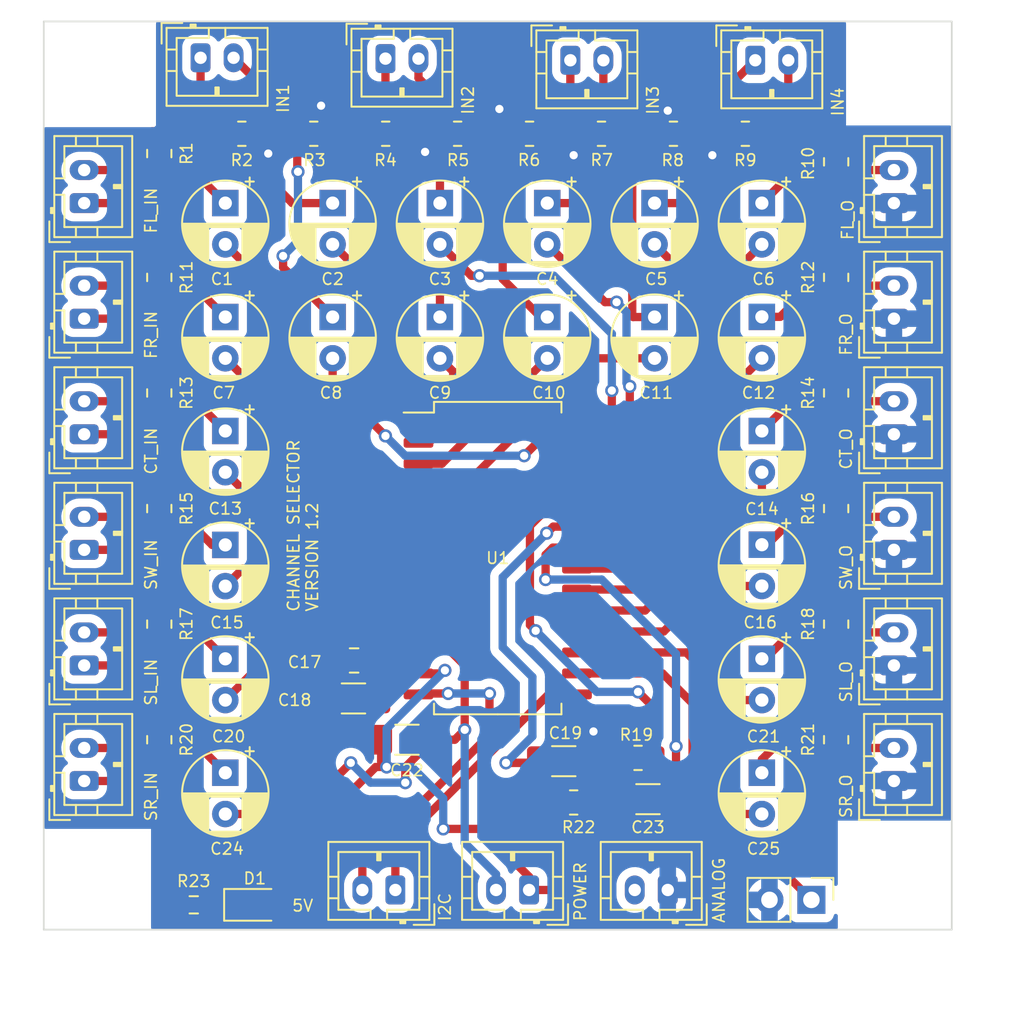
<source format=kicad_pcb>
(kicad_pcb (version 20221018) (generator pcbnew)
  (layers (0 "F.Cu" signal) (31 "B.Cu" signal) (34 "B.Paste" user) (35 "F.Paste" user) (36 "B.SilkS" user "B.Silkscreen") (37 "F.SilkS" user "F.Silkscreen") (38 "B.Mask" user) (39 "F.Mask" user) (44 "Edge.Cuts" user))
  (net 0 "")
  (net 1 "SCL")
  (net 2 "SDA")
  (net 3 "GND")
  (net 4 "FLI")
  (net 5 "FRI")
  (net 6 "CTI")
  (net 7 "SUBI")
  (net 8 "SLI")
  (net 9 "SRI")
  (net 10 "FLO")
  (net 11 "FRO")
  (net 12 "SUBO")
  (net 13 "SLO")
  (net 14 "SRO")
  (net 15 "CTO")
  (net 16 "FLIGND")
  (net 17 "FRIGND")
  (net 18 "CTIGND")
  (net 19 "SUBIGND")
  (net 20 "SLIGND")
  (net 21 "SRIGND")
  (net 22 "L1")
  (net 23 "R1")
  (net 24 "L2")
  (net 25 "R2")
  (net 26 "L3")
  (net 27 "R3")
  (net 28 "L4")
  (net 29 "R4")
  (net 30 "Net-(J1-Pin_1)")
  (net 31 "Net-(J2-Pin_1)")
  (net 32 "Net-(J1-Pin_2)")
  (net 33 "Net-(J2-Pin_2)")
  (net 34 "Net-(J3-Pin_1)")
  (net 35 "Net-(J3-Pin_2)")
  (net 36 "Net-(J4-Pin_1)")
  (net 37 "Net-(J4-Pin_2)")
  (net 38 "Net-(J6-Pin_2)")
  (net 39 "Net-(U1-VREF)")
  (net 40 "Net-(J8-Pin_2)")
  (net 41 "Net-(J9-Pin_2)")
  (net 42 "Net-(J10-Pin_2)")
  (net 43 "Net-(J11-Pin_2)")
  (net 44 "Net-(J12-Pin_2)")
  (net 45 "LPFIN")
  (net 46 "LPFOUT")
  (net 47 "Net-(J5-Pin_2)")
  (net 48 "MIX")
  (net 49 "Net-(J13-Pin_2)")
  (net 50 "Net-(J14-Pin_2)")
  (net 51 "Net-(J15-Pin_2)")
  (net 52 "Net-(J16-Pin_2)")
  (net 53 "Net-(J7-Pin_2)")
  (net 54 "Net-(C23-Pad2)")
  (net 55 "Net-(D1-A)")
  (net 56 "5V")
  (net 57 "AGND")
  (net 58 "3VA{slash}5VA")
  (footprint "Connector_JST:JST_PH_B2B-PH-K_1x02_P2.00mm_Vertical" (layer "F.Cu") (at 133.8 115.6 180)
    (fp_text reference "J17" hide)
    (fp_text value "Conn_01x02_Male")
  )
  (footprint "Capacitor_THT:CP_Radial_D5.0mm_P2.50mm" (layer "F.Cu") (at 156 74 -90)
    (fp_text reference "C6")
    (fp_text value "10U")
  )
  (footprint "Resistor_SMD:R_0805_2012Metric_Pad1.20x1.40mm_HandSolder" (layer "F.Cu") (at 137.571426 69.8 180)
    (fp_text reference "R5")
    (fp_text value "100K")
  )
  (footprint "MountingHole:MountingHole_3.2mm_M3" (layer "F.Cu") (at 165 115.5)
    (fp_text reference "H4" hide)
    (fp_text value "MountingHole")
  )
  (footprint "Resistor_SMD:R_0805_2012Metric_Pad1.20x1.40mm_HandSolder" (layer "F.Cu") (at 128.857142 69.8)
    (fp_text reference "R3")
    (fp_text value "100K")
  )
  (footprint "Resistor_SMD:R_0805_2012Metric_Pad1.20x1.40mm_HandSolder" (layer "F.Cu") (at 150.642852 69.8 180)
    (fp_text reference "R8")
    (fp_text value "100K")
  )
  (footprint "Capacitor_THT:CP_Radial_D5.0mm_P2.50mm" (layer "F.Cu") (at 123.5 101.6 -90)
    (fp_text reference "C20")
    (fp_text value "10U")
  )
  (footprint "Connector_JST:JST_PH_B2B-PH-K_1x02_P2.00mm_Vertical" (layer "F.Cu") (at 114.95 109 90)
    (fp_text reference "J15" hide)
    (fp_text value "Conn_01x02_Male")
  )
  (footprint "Connector_JST:JST_PH_B2B-PH-K_1x02_P2.00mm_Vertical" (layer "F.Cu") (at 114.95 88 90)
    (fp_text reference "J9" hide)
    (fp_text value "Conn_01x02_Male")
  )
  (footprint "Connector_JST:JST_PH_B2B-PH-K_1x02_P2.00mm_Vertical" (layer "F.Cu") (at 164 95 90)
    (fp_text reference "J12" hide)
    (fp_text value "CTO")
  )
  (footprint "Capacitor_THT:CP_Radial_D5.0mm_P2.50mm" (layer "F.Cu") (at 143 74 -90)
    (fp_text reference "C4")
    (fp_text value "10U")
  )
  (footprint "Connector_JST:JST_PH_B2B-PH-K_1x02_P2.00mm_Vertical" (layer "F.Cu") (at 164 81 90)
    (fp_text reference "J8" hide)
    (fp_text value "Conn_01x02_Male")
  )
  (footprint "Connector_JST:JST_PH_B2B-PH-K_1x02_P2.00mm_Vertical" (layer "F.Cu") (at 114.95 81 90)
    (fp_text reference "J7" hide)
    (fp_text value "Conn_01x02_Male")
  )
  (footprint "Resistor_SMD:R_0805_2012Metric_Pad1.20x1.40mm_HandSolder" (layer "F.Cu") (at 146.28571 69.8 180)
    (fp_text reference "R7")
    (fp_text value "100K")
  )
  (footprint "Capacitor_THT:CP_Radial_D5.0mm_P2.50mm" (layer "F.Cu") (at 130 74 -90)
    (fp_text reference "C2")
    (fp_text value "10U")
  )
  (footprint "Capacitor_SMD:C_1206_3216Metric_Pad1.33x1.80mm_HandSolder" (layer "F.Cu") (at 131.2625 104 180)
    (fp_text reference "C18")
    (fp_text value "10U")
  )
  (footprint "Connector_JST:JST_PH_B2B-PH-K_1x02_P2.00mm_Vertical" (layer "F.Cu") (at 155.6 65.35)
    (fp_text reference "J4" hide)
    (fp_text value "Conn_01x02_Male")
  )
  (footprint "Connector_JST:JST_PH_B2B-PH-K_1x02_P2.00mm_Vertical" (layer "F.Cu") (at 164 88 90)
    (fp_text reference "J10" hide)
    (fp_text value "Conn_01x02_Male")
  )
  (footprint "Resistor_SMD:R_0805_2012Metric_Pad1.20x1.40mm_HandSolder" (layer "F.Cu") (at 148.5 107.6 180)
    (fp_text reference "R19")
    (fp_text value "24K")
  )
  (footprint "Connector_JST:JST_PH_B2B-PH-K_1x02_P2.00mm_Vertical" (layer "F.Cu") (at 164 102 90)
    (fp_text reference "J14" hide)
    (fp_text value "Conn_01x02_Male")
  )
  (footprint "Connector_JST:JST_PH_B2B-PH-K_1x02_P2.00mm_Vertical" (layer "F.Cu") (at 133.2 65.25)
    (fp_text reference "J2" hide)
    (fp_text value "Conn_01x02_Male")
  )
  (footprint "Connector_JST:JST_PH_B2B-PH-K_1x02_P2.00mm_Vertical" (layer "F.Cu") (at 164 74 90)
    (fp_text reference "J6" hide)
    (fp_text value "Conn_01x02_Male")
  )
  (footprint "Resistor_SMD:R_0805_2012Metric_Pad1.20x1.40mm_HandSolder" (layer "F.Cu") (at 119.5 78.5 -90)
    (fp_text reference "R11")
    (fp_text value "100K")
  )
  (footprint "Resistor_SMD:R_0805_2012Metric_Pad1.20x1.40mm_HandSolder" (layer "F.Cu") (at 160.5 78.5 -90)
    (fp_text reference "R12")
    (fp_text value "100K")
  )
  (footprint "Resistor_SMD:R_0805_2012Metric_Pad1.20x1.40mm_HandSolder" (layer "F.Cu") (at 160.5 71.5 -90)
    (fp_text reference "R10")
    (fp_text value "100K")
  )
  (footprint "Resistor_SMD:R_0805_2012Metric_Pad1.20x1.40mm_HandSolder" (layer "F.Cu") (at 119.5 92.5 -90)
    (fp_text reference "R15")
    (fp_text value "100K")
  )
  (footprint "Resistor_SMD:R_0805_2012Metric_Pad1.20x1.40mm_HandSolder" (layer "F.Cu") (at 160.5 85.5 -90)
    (fp_text reference "R14")
    (fp_text value "100K")
  )
  (footprint "Capacitor_THT:CP_Radial_D5.0mm_P2.50mm" (layer "F.Cu") (at 136.5 74 -90)
    (fp_text reference "C3")
    (fp_text value "10U")
  )
  (footprint "Capacitor_THT:CP_Radial_D5.0mm_P2.50mm" (layer "F.Cu") (at 143 80.9 -90)
    (fp_text reference "C10")
    (fp_text value "10U")
  )
  (footprint "MountingHole:MountingHole_3.2mm_M3" (layer "F.Cu") (at 115 65.5)
    (fp_text reference "H1" hide)
    (fp_text value "MountingHole")
  )
  (footprint "Package_SO:SOIC-28W_7.5x18.7mm_P1.27mm" (layer "F.Cu") (at 140 95.5)
    (fp_text reference "U1")
    (fp_text value "AX2358")
  )
  (footprint "Capacitor_THT:CP_Radial_D5.0mm_P2.50mm" (layer "F.Cu") (at 123.5 94.7 -90)
    (fp_text reference "C15")
    (fp_text value "10U")
  )
  (footprint "Connector_JST:JST_PH_B2B-PH-K_1x02_P2.00mm_Vertical" (layer "F.Cu") (at 150.3 115.6 180)
    (fp_text reference "J19" hide)
    (fp_text value "Conn_01x02_Male")
  )
  (footprint "Capacitor_THT:CP_Radial_D5.0mm_P2.50mm" (layer "F.Cu") (at 130 80.9 -90)
    (fp_text reference "C8")
    (fp_text value "10U")
  )
  (footprint "Capacitor_THT:CP_Radial_D5.0mm_P2.50mm" (layer "F.Cu") (at 156 101.6 -90)
    (fp_text reference "C21")
    (fp_text value "10U")
  )
  (footprint "Connector_JST:JST_PH_B2B-PH-K_1x02_P2.00mm_Vertical" (layer "F.Cu") (at 114.95 95 90)
    (fp_text reference "J11" hide)
    (fp_text value "Conn_01x02_Male")
  )
  (footprint "Capacitor_THT:CP_Radial_D5.0mm_P2.50mm" (layer "F.Cu") (at 156 108.5 -90)
    (fp_text reference "C25")
    (fp_text value "10U")
  )
  (footprint "Resistor_SMD:R_0805_2012Metric_Pad1.20x1.40mm_HandSolder" (layer "F.Cu") (at 119.5 99.5 -90)
    (fp_text reference "R17")
    (fp_text value "100K")
  )
  (footprint "Resistor_SMD:R_0805_2012Metric_Pad1.20x1.40mm_HandSolder" (layer "F.Cu") (at 144.6 110.3 180)
    (fp_text reference "R22")
    (fp_text value "24K")
  )
  (footprint "Capacitor_SMD:C_0805_2012Metric_Pad1.18x1.45mm_HandSolder" (layer "F.Cu") (at 131.3 101.7 180)
    (fp_text reference "C17")
    (fp_text value "0.1U")
  )
  (footprint "Capacitor_THT:CP_Radial_D5.0mm_P2.50mm" (layer "F.Cu") (at 123.5 87.8 -90)
    (fp_text reference "C13")
    (fp_text value "10U")
  )
  (footprint "Connector_JST:JST_PH_B2B-PH-K_1x02_P2.00mm_Vertical" (layer "F.Cu") (at 114.95 102 90)
    (fp_text reference "J13" hide)
    (fp_text value "Conn_01x02_Male")
  )
  (footprint "Connector_JST:JST_PH_B2B-PH-K_1x02_P2.00mm_Vertical" (layer "F.Cu") (at 144.4 65.35)
    (fp_text reference "J3" hide)
    (fp_text value "Conn_01x02_Male")
  )
  (footprint "Capacitor_THT:CP_Radial_D5.0mm_P2.50mm" (layer "F.Cu") (at 156 94.689888 -90)
    (fp_text reference "C16")
    (fp_text value "10U")
  )
  (footprint "Capacitor_THT:CP_Radial_D5.0mm_P2.50mm" (layer "F.Cu") (at 156 80.889888 -90)
    (fp_text reference "C12")
    (fp_text value "10U")
  )
  (footprint "Resistor_SMD:R_0805_2012Metric_Pad1.20x1.40mm_HandSolder" (layer "F.Cu") (at 155 69.8 180)
    (fp_text reference "R9")
    (fp_text value "100K")
  )
  (footprint "Resistor_SMD:R_0805_2012Metric_Pad1.20x1.40mm_HandSolder" (layer "F.Cu") (at 124.5 69.8)
    (fp_text reference "R2")
    (fp_text value "100K")
  )
  (footprint "Connector_JST:JST_PH_B2B-PH-K_1x02_P2.00mm_Vertical" (layer "F.Cu") (at 122 65.2)
    (fp_text reference "J1" hide)
    (fp_text value "Conn_01x02_Male")
  )
  (footprint "Capacitor_THT:CP_Radial_D5.0mm_P2.50mm" (layer "F.Cu") (at 123.5 80.9 -90)
    (fp_text reference "C7")
    (fp_text value "10U")
  )
  (footprint "Capacitor_SMD:C_1206_3216Metric_Pad1.33x1.80mm_HandSolder" (layer "F.Cu") (at 144 107.8 180)
    (fp_text reference "C19")
    (fp_text value "47N C0G")
  )
  (footprint "Capacitor_THT:CP_Radial_D5.0mm_P2.50mm" (layer "F.Cu") (at 149.5 80.9 -90)
    (fp_text reference "C11")
    (fp_text value "10U")
  )
  (footprint "Resistor_SMD:R_0805_2012Metric_Pad1.20x1.40mm_HandSolder" (layer "F.Cu") (at 160.5 106.5 -90)
    (fp_text reference "R21")
    (fp_text value "100K")
  )
  (footprint "Capacitor_THT:CP_Radial_D5.0mm_P2.50mm" (layer "F.Cu") (at 156 87.8 -90)
    (fp_text reference "C14")
    (fp_text value "10U")
  )
  (footprint "Resistor_SMD:R_0805_2012Metric_Pad1.20x1.40mm_HandSolder" (layer "F.Cu") (at 160.5 99.5 -90)
    (fp_text reference "R18")
    (fp_text value "100K")
  )
  (footprint "Resistor_SMD:R_0805_2012Metric_Pad1.20x1.40mm_HandSolder" (layer "F.Cu") (at 119.5 85.5 -90)
    (fp_text reference "R13")
    (fp_text value "100K")
  )
  (footprint "LED_SMD:LED_0805_2012Metric_Pad1.15x1.40mm_HandSolder" (layer "F.Cu") (at 125.2875 116.5)
    (fp_text reference "D1")
    (fp_text value "YELLOW")
  )
  (footprint "Capacitor_THT:CP_Radial_D5.0mm_P2.50mm" (layer "F.Cu") (at 123.5 74 -90)
    (fp_text reference "C1")
    (fp_text value "10U")
  )
  (footprint "Resistor_SMD:R_0805_2012Metric_Pad1.20x1.40mm_HandSolder" (layer "F.Cu") (at 119.5 106.5 -90)
    (fp_text reference "R20")
    (fp_text value "100K")
  )
  (footprint "Resistor_SMD:R_0603_1608Metric_Pad0.98x0.95mm_HandSolder" (layer "F.Cu") (at 121.5875 116.5)
    (fp_text reference "R23")
    (fp_text value "1K")
  )
  (footprint "MountingHole:MountingHole_3.2mm_M3" (layer "F.Cu") (at 115 115.5)
    (fp_text reference "H3" hide)
    (fp_text value "MountingHole")
  )
  (footprint "Connector_JST:JST_PH_B2B-PH-K_1x02_P2.00mm_Vertical" (layer "F.Cu") (at 141.9 115.6 180)
    (fp_text reference "J18" hide)
    (fp_text value "Conn_01x02_Male")
  )
  (footprint "Capacitor_SMD:C_1206_3216Metric_Pad1.33x1.80mm_HandSolder" (layer "F.Cu") (at 149.1 110.1 180)
    (fp_text reference "C23")
    (fp_text value "100N C0G")
  )
  (footprint "Capacitor_THT:CP_Radial_D5.0mm_P2.50mm" (layer "F.Cu") (at 123.5 108.5 -90)
    (fp_text reference "C24")
    (fp_text value "10U")
  )
  (footprint "MountingHole:MountingHole_3.2mm_M3" (layer "F.Cu") (at 165 65.5)
    (fp_text reference "H2" hide)
    (fp_text value "MountingHole")
  )
  (footprint "Connector_JST:JST_PH_B2B-PH-K_1x02_P2.00mm_Vertical" (layer "F.Cu") (at 164 109 90)
    (fp_text reference "J16" hide)
    (fp_text value "Conn_01x02_Male")
  )
  (footprint "Resistor_SMD:R_0805_2012Metric_Pad1.20x1.40mm_HandSolder" (layer "F.Cu") (at 160.5 92.5 -90)
    (fp_text reference "R16")
    (fp_text value "100K")
  )
  (footprint "Connector_PinHeader_2.54mm:PinHeader_1x02_P2.54mm_Vertical" (layer "F.Cu") (at 159 116.2 -90)
    (fp_text reference "J20" hide)
    (fp_text value "Conn_01x02_Socket")
  )
  (footprint "Resistor_SMD:R_0805_2012Metric_Pad1.20x1.40mm_HandSolder" (layer "F.Cu") (at 133.214284 69.8 180)
    (fp_text reference "R4")
    (fp_text value "100K")
  )
  (footprint "Capacitor_THT:CP_Radial_D5.0mm_P2.50mm" (layer "F.Cu") (at 136.5 80.9 -90)
    (fp_text reference "C9")
    (fp_text value "10U")
  )
  (footprint "Resistor_SMD:R_0805_2012Metric_Pad1.20x1.40mm_HandSolder" (layer "F.Cu") (at 141.928568 69.8 180)
    (fp_text reference "R6")
    (fp_text value "100K")
  )
  (footprint "Capacitor_SMD:C_1206_3216Metric_Pad1.33x1.80mm_HandSolder" (layer "F.Cu") (at 134.5 106.5 180)
    (fp_text reference "C22")
    (fp_text value "10U")
  )
  (footprint "Capacitor_THT:CP_Radial_D5.0mm_P2.50mm" (layer "F.Cu") (at 149.5 74 -90)
    (fp_text reference "C5")
    (fp_text value "10U")
  )
  (footprint "Connector_JST:JST_PH_B2B-PH-K_1x02_P2.00mm_Vertical" (layer "F.Cu") (at 114.95 74 90)
    (fp_text reference "J5" hide)
    (fp_text value "Conn_01x02_Male")
  )
  (footprint "Resistor_SMD:R_0805_2012Metric_Pad1.20x1.40mm_HandSolder" (layer "F.Cu") (at 119.5 71 -90)
    (fp_text reference "R1")
    (fp_text value "100K")
  )
  (gr_line (start 112.5 118) (end 167.5 118) (stroke (width 0.1)) (layer "Edge.Cuts"))
  (gr_line (start 112.5 63) (end 112.5 118) (stroke (width 0.1)) (layer "Edge.Cuts"))
  (gr_line (start 167.5 63) (end 167.5 118) (stroke (width 0.1)) (layer "Edge.Cuts"))
  (gr_line (start 167.5 63) (end 112.5 63) (stroke (width 0.1)) (layer "Edge.Cuts"))
  (gr_text "SL_O" (at 161.1 104.3 90) (layer "F.SilkS") (effects (font (size 0.7 0.7) (thickness 0.1)) (justify left)))
  (gr_text "ANALOG" (at 153.4 117.65 90) (layer "F.SilkS") (effects (font (size 0.7 0.7) (thickness 0.1)) (justify left)))
  (gr_text "FR_IN" (at 119 83.5 90) (layer "F.SilkS") (effects (font (size 0.7 0.7) (thickness 0.1)) (justify left)))
  (gr_text "SW_O" (at 161.1 97.5 90) (layer "F.SilkS") (effects (font (size 0.7 0.7) (thickness 0.1)) (justify left)))
  (gr_text "SL_IN" (at 119 104.5 90) (layer "F.SilkS") (effects (font (size 0.7 0.7) (thickness 0.1)) (justify left)))
  (gr_text "POWER" (at 145 117.55 90) (layer "F.SilkS") (effects (font (size 0.7 0.7) (thickness 0.1)) (justify left)))
  (gr_text "5V" (at 127.4875 116.55) (layer "F.SilkS") (effects (font (size 0.7 0.7) (thickness 0.1)) (justify left)))
  (gr_text "CHANNEL SELECTOR\nVERSION 1.2" (at 128.2 98.8 90) (layer "F.SilkS") (effects (font (size 0.7 0.7) (thickness 0.1)) (justify left)))
  (gr_text "IN4" (at 160.6 68.8 90) (layer "F.SilkS") (effects (font (size 0.7 0.7) (thickness 0.1)) (justify left)))
  (gr_text "SR_O\n" (at 161.1 111.3 90) (layer "F.SilkS") (effects (font (size 0.7 0.7) (thickness 0.1)) (justify left)))
  (gr_text "IN1\n" (at 127 68.6 90) (layer "F.SilkS") (effects (font (size 0.7 0.7) (thickness 0.1)) (justify left)))
  (gr_text "IN3" (at 149.4 68.7 90) (layer "F.SilkS") (effects (font (size 0.7 0.7) (thickness 0.1)) (justify left)))
  (gr_text "I2C" (at 136.8 117.55 90) (layer "F.SilkS") (effects (font (size 0.7 0.7) (thickness 0.1)) (justify left)))
  (gr_text "IN2" (at 138.2 68.7 90) (layer "F.SilkS") (effects (font (size 0.7 0.7) (thickness 0.1)) (justify left)))
  (gr_text "SW_IN" (at 119 97.5 90) (layer "F.SilkS") (effects (font (size 0.7 0.7) (thickness 0.1)) (justify left)))
  (gr_text "CT_O" (at 161.1 90.2 90) (layer "F.SilkS") (effects (font (size 0.7 0.7) (thickness 0.1)) (justify left)))
  (gr_text "SR_IN\n" (at 119 111.5 90) (layer "F.SilkS") (effects (font (size 0.7 0.7) (thickness 0.1)) (justify left)))
  (gr_text "FL_IN" (at 119 75.9 90) (layer "F.SilkS") (effects (font (size 0.7 0.7) (thickness 0.1)) (justify left)))
  (gr_text "CT_IN" (at 119 90.5 90) (layer "F.SilkS") (effects (font (size 0.7 0.7) (thickness 0.1)) (justify left)))
  (gr_text "FL_O" (at 161.2 76.3 90) (layer "F.SilkS") (effects (font (size 0.7 0.7) (thickness 0.1)) (justify left)))
  (gr_text "FR_O" (at 161.1 83.3 90) (layer "F.SilkS") (effects (font (size 0.7 0.7) (thickness 0.1)) (justify left)))
  (segment (start 133.8 115.6) (end 133.8 113.03137) (width 0.5) (layer "F.Cu") (net 1))
  (segment (start 143.07637 103.755) (end 144.8 103.755) (width 0.5) (layer "F.Cu") (net 1))
  (segment (start 133.8 113.03137) (end 143.07637 103.755) (width 0.5) (layer "F.Cu") (net 1))
  (segment (start 131.8 115.6) (end 131.8 113.9) (width 0.5) (layer "F.Cu") (net 2))
  (segment (start 131.8 113.9) (end 139.5 106.2) (width 0.5) (layer "F.Cu") (net 2))
  (segment (start 137 103.7) (end 135.255 103.7) (width 0.5) (layer "F.Cu") (net 2))
  (segment (start 139.5 106.2) (end 139.5 103.7) (width 0.5) (layer "F.Cu") (net 2))
  (segment (start 135.255 103.7) (end 135.2 103.755) (width 0.5) (layer "F.Cu") (net 2))
  (via (at 137 103.7) (size 0.8) (drill 0.5) (layers "F.Cu" "B.Cu") (net 2))
  (via (at 139.5 103.7) (size 0.8) (drill 0.5) (layers "F.Cu" "B.Cu") (net 2))
  (segment (start 137 103.7) (end 139.5 103.7) (width 0.5) (layer "B.Cu") (net 2))
  (segment (start 135.2 102.485) (end 136.615 102.485) (width 0.5) (layer "F.Cu") (net 3))
  (segment (start 141.9 115.6) (end 145.2 115.6) (width 0.5) (layer "F.Cu") (net 3))
  (segment (start 141.9 114.8) (end 141.9 115.6) (width 0.5) (layer "F.Cu") (net 3))
  (segment (start 147.1 113.7) (end 156.5 113.7) (width 0.5) (layer "F.Cu") (net 3))
  (segment (start 129.7 104) (end 130.4375 104) (width 0.5) (layer "F.Cu") (net 3))
  (segment (start 124.2625 116.5) (end 132.6125 108.15) (width 0.5) (layer "F.Cu") (net 3))
  (segment (start 132.9375 106.5) (end 132.9375 107.815748) (width 0.5) (layer "F.Cu") (net 3))
  (segment (start 156.5 113.7) (end 159 116.2) (width 0.5) (layer "F.Cu") (net 3))
  (segment (start 132.6125 108.15) (end 133.271752 108.15) (width 0.5) (layer "F.Cu") (net 3))
  (segment (start 130.4375 104) (end 132.9375 106.5) (width 0.5) (layer "F.Cu") (net 3))
  (segment (start 136.7 111.9) (end 139 111.9) (width 0.5) (layer "F.Cu") (net 3))
  (segment (start 130.3625 101.9) (end 129.7 102.5625) (width 0.5) (layer "F.Cu") (net 3))
  (segment (start 136.615 102.485) (end 136.8 102.3) (width 0.5) (layer "F.Cu") (net 3))
  (segment (start 132.9375 107.815748) (end 133.271752 108.15) (width 0.5) (layer "F.Cu") (net 3))
  (segment (start 139 111.9) (end 141.9 114.8) (width 0.5) (layer "F.Cu") (net 3))
  (segment (start 129.7 102.5625) (end 129.7 105) (width 0.5) (layer "F.Cu") (net 3))
  (segment (start 145.2 115.6) (end 147.1 113.7) (width 0.5) (layer "F.Cu") (net 3))
  (via (at 133.271752 108.15) (size 0.8) (drill 0.5) (layers "F.Cu" "B.Cu") (net 3))
  (via (at 136.7 111.9) (size 0.8) (drill 0.5) (layers "F.Cu" "B.Cu") (net 3))
  (via (at 136.8 102.3) (size 0.8) (drill 0.5) (layers "F.Cu" "B.Cu") (net 3))
  (segment (start 136.8 102.3) (end 133.271752 105.828248) (width 0.5) (layer "B.Cu") (net 3))
  (segment (start 136.7 110.056497) (end 134.793503 108.15) (width 0.5) (layer "B.Cu") (net 3))
  (segment (start 136.7 111.9) (end 136.7 110.056497) (width 0.5) (layer "B.Cu") (net 3))
  (segment (start 134.793503 108.15) (end 133.271752 108.15) (width 0.5) (layer "B.Cu") (net 3))
  (segment (start 133.271752 105.828248) (end 133.271752 108.15) (width 0.5) (layer "B.Cu") (net 3))
  (segment (start 126.9 79.9) (end 123.5 76.5) (width 0.5) (layer "F.Cu") (net 4))
  (segment (start 126.9 84.644949) (end 126.9 79.9) (width 0.5) (layer "F.Cu") (net 4))
  (segment (start 134.580051 92.325) (end 126.9 84.644949) (width 0.5) (layer "F.Cu") (net 4))
  (segment (start 135.2 93.595) (end 133.695 93.595) (width 0.5) (layer "F.Cu") (net 5))
  (segment (start 133.695 93.595) (end 123.5 83.4) (width 0.5) (layer "F.Cu") (net 5))
  (segment (start 128.065 94.865) (end 123.5 90.3) (width 0.5) (layer "F.Cu") (net 6))
  (segment (start 135.2 94.865) (end 128.065 94.865) (width 0.5) (layer "F.Cu") (net 6))
  (segment (start 124.565 96.135) (end 123.5 97.2) (width 0.5) (layer "F.Cu") (net 7))
  (segment (start 135.2 96.135) (end 124.565 96.135) (width 0.5) (layer "F.Cu") (net 7))
  (segment (start 135.2 97.405) (end 130.195 97.405) (width 0.5) (layer "F.Cu") (net 8))
  (segment (start 130.195 97.405) (end 123.5 104.1) (width 0.5) (layer "F.Cu") (net 8))
  (segment (start 130.725 98.675) (end 126.4 103) (width 0.5) (layer "F.Cu") (net 9))
  (segment (start 125.4 111) (end 123.5 111) (width 0.5) (layer "F.Cu") (net 9))
  (segment (start 135.2 98.675) (end 130.725 98.675) (width 0.5) (layer "F.Cu") (net 9))
  (segment (start 126.4 103) (end 126.4 110) (width 0.5) (layer "F.Cu") (net 9))
  (segment (start 126.4 110) (end 125.4 111) (width 0.5) (layer "F.Cu") (net 9))
  (segment (start 147.865 96.135) (end 144.8 96.135) (width 0.5) (layer "F.Cu") (net 10))
  (segment (start 151.900499 92.099501) (end 147.865 96.135) (width 0.5) (layer "F.Cu") (net 10))
  (segment (start 151.900499 80.599501) (end 151.900499 92.099501) (width 0.5) (layer "F.Cu") (net 10))
  (segment (start 156 76.5) (end 151.900499 80.599501) (width 0.5) (layer "F.Cu") (net 10))
  (segment (start 152.7 86.689888) (end 152.7 93.2) (width 0.5) (layer "F.Cu") (net 11))
  (segment (start 148.495 97.405) (end 144.8 97.405) (width 0.5) (layer "F.Cu") (net 11))
  (segment (start 152.7 93.2) (end 148.495 97.405) (width 0.5) (layer "F.Cu") (net 11))
  (segment (start 156 83.389888) (end 152.7 86.689888) (width 0.5) (layer "F.Cu") (net 11))
  (segment (start 152.810112 97.189888) (end 150.055 99.945) (width 0.5) (layer "F.Cu") (net 12))
  (segment (start 150.055 99.945) (end 144.8 99.945) (width 0.5) (layer "F.Cu") (net 12))
  (segment (start 156 97.189888) (end 152.810112 97.189888) (width 0.5) (layer "F.Cu") (net 12))
  (segment (start 154.3 104.1) (end 151.415 101.215) (width 0.5) (layer "F.Cu") (net 13))
  (segment (start 151.415 101.215) (end 144.8 101.215) (width 0.5) (layer "F.Cu") (net 13))
  (segment (start 156 104.1) (end 154.3 104.1) (width 0.5) (layer "F.Cu") (net 13))
  (segment (start 151.8 104.3) (end 149.985 102.485) (width 0.5) (layer "F.Cu") (net 14))
  (segment (start 154.5 111) (end 151.8 108.3) (width 0.5) (layer "F.Cu") (net 14))
  (segment (start 149.985 102.485) (end 144.8 102.485) (width 0.5) (layer "F.Cu") (net 14))
  (segment (start 156 111) (end 154.5 111) (width 0.5) (layer "F.Cu") (net 14))
  (segment (start 151.8 108.3) (end 151.8 104.3) (width 0.5) (layer "F.Cu") (net 14))
  (segment (start 156 91.6) (end 156 90.3) (width 0.5) (layer "F.Cu") (net 15))
  (segment (start 144.8 98.675) (end 148.925 98.675) (width 0.5) (layer "F.Cu") (net 15))
  (segment (start 148.925 98.675) (end 156 91.6) (width 0.5) (layer "F.Cu") (net 15))
  (segment (start 117.5 74) (end 114.95 74) (width 0.5) (layer "F.Cu") (net 16))
  (segment (start 119.5 72) (end 117.5 74) (width 0.5) (layer "F.Cu") (net 16))
  (segment (start 118 81) (end 114.95 81) (width 0.5) (layer "F.Cu") (net 17))
  (segment (start 119.5 79.5) (end 118 81) (width 0.5) (layer "F.Cu") (net 17))
  (segment (start 114.95 88) (end 118 88) (width 0.5) (layer "F.Cu") (net 18))
  (segment (start 118 88) (end 119.5 86.5) (width 0.5) (layer "F.Cu") (net 18))
  (segment (start 118 95) (end 114.95 95) (width 0.5) (layer "F.Cu") (net 19))
  (segment (start 119.5 93.5) (end 118 95) (width 0.5) (layer "F.Cu") (net 19))
  (segment (start 118 102) (end 114.95 102) (width 0.5) (layer "F.Cu") (net 20))
  (segment (start 119.5 100.5) (end 118 102) (width 0.5) (layer "F.Cu") (net 20))
  (segment (start 118 109) (end 119.5 107.5) (width 0.5) (layer "F.Cu") (net 21))
  (segment (start 114.95 109) (end 118 109) (width 0.5) (layer "F.Cu") (net 21))
  (segment (start 135.2 87.245) (end 133.5 85.545) (width 0.5) (layer "F.Cu") (net 22))
  (segment (start 133.5 85.545) (end 133.5 80) (width 0.5) (layer "F.Cu") (net 22))
  (segment (start 133.5 80) (end 130 76.5) (width 0.5) (layer "F.Cu") (net 22))
  (segment (start 130 84.9) (end 130 83.4) (width 0.5) (layer "F.Cu") (net 23))
  (segment (start 144.8 87.245) (end 143.655 87.245) (width 0.5) (layer "F.Cu") (net 23))
  (segment (start 133.2 88.1) (end 130 84.9) (width 0.5) (layer "F.Cu") (net 23))
  (segment (start 143.655 87.245) (end 141.6 89.3) (width 0.5) (layer "F.Cu") (net 23))
  (via (at 133.2 88.1) (size 0.8) (drill 0.5) (layers "F.Cu" "B.Cu") (net 23))
  (via (at 141.6 89.3) (size 0.8) (drill 0.5) (layers "F.Cu" "B.Cu") (net 23))
  (segment (start 134.4 89.3) (end 133.2 88.1) (width 0.5) (layer "B.Cu") (net 23))
  (segment (start 141.6 89.3) (end 134.4 89.3) (width 0.5) (layer "B.Cu") (net 23))
  (segment (start 137.299999 84.199999) (end 137.299999 87.03495) (width 0.5) (layer "F.Cu") (net 24))
  (segment (start 137.299999 87.03495) (end 135.819949 88.515) (width 0.5) (layer "F.Cu") (net 24))
  (segment (start 136.5 83.4) (end 137.299999 84.199999) (width 0.5) (layer "F.Cu") (net 24))
  (segment (start 138.4 78.4) (end 136.5 76.5) (width 0.5) (layer "F.Cu") (net 25))
  (segment (start 145.419949 88.515) (end 146.911031 87.023918) (width 0.5) (layer "F.Cu") (net 25))
  (segment (start 146.911031 87.023918) (end 146.911031 85.353356) (width 0.5) (layer "F.Cu") (net 25))
  (segment (start 138.9 78.4) (end 138.4 78.4) (width 0.5) (layer "F.Cu") (net 25))
  (via (at 146.911031 85.353356) (size 0.8) (drill 0.5) (layers "F.Cu" "B.Cu") (net 25))
  (via (at 138.9 78.4) (size 0.8) (drill 0.5) (layers "F.Cu" "B.Cu") (net 25))
  (segment (start 138.9 78.4) (end 143.4 78.4) (width 0.5) (layer "B.Cu") (net 25))
  (segment (start 146.911031 81.911031) (end 146.911031 85.353356) (width 0.5) (layer "B.Cu") (net 25))
  (segment (start 143.4 78.4) (end 146.911031 81.911031) (width 0.5) (layer "B.Cu") (net 25))
  (segment (start 135.2 89.785) (end 136.615 89.785) (width 0.5) (layer "F.Cu") (net 26))
  (segment (start 136.615 89.785) (end 143 83.4) (width 0.5) (layer "F.Cu") (net 26))
  (segment (start 147.2 80) (end 146.5 80) (width 0.5) (layer "F.Cu") (net 27))
  (segment (start 148 89.6) (end 148 85.1) (width 0.5) (layer "F.Cu") (net 27))
  (segment (start 147.815 89.785) (end 148 89.6) (width 0.5) (layer "F.Cu") (net 27))
  (segment (start 144.8 89.785) (end 147.815 89.785) (width 0.5) (layer "F.Cu") (net 27))
  (segment (start 146.5 80) (end 143 76.5) (width 0.5) (layer "F.Cu") (net 27))
  (via (at 147.2 80) (size 0.8) (drill 0.5) (layers "F.Cu" "B.Cu") (net 27))
  (via (at 148 85.1) (size 0.8) (drill 0.5) (layers "F.Cu" "B.Cu") (net 27))
  (segment (start 147.2 80) (end 147.8 80.6) (width 0.5) (layer "B.Cu") (net 27))
  (segment (start 147.8 80.6) (end 147.8 84.9) (width 0.5) (layer "B.Cu") (net 27))
  (segment (start 147.8 84.9) (end 148 85.1) (width 0.5) (layer "B.Cu") (net 27))
  (segment (start 135.2 91.055) (end 138.045 91.055) (width 0.5) (layer "F.Cu") (net 28))
  (segment (start 138.045 91.055) (end 145.7 83.4) (width 0.5) (layer "F.Cu") (net 28))
  (segment (start 145.7 83.4) (end 149.5 83.4) (width 0.5) (layer "F.Cu") (net 28))
  (segment (start 149.5 76.5) (end 151.100998 78.100998) (width 0.5) (layer "F.Cu") (net 29))
  (segment (start 149.045 91.055) (end 144.8 91.055) (width 0.5) (layer "F.Cu") (net 29))
  (segment (start 151.100998 78.100998) (end 151.100998 88.999002) (width 0.5) (layer "F.Cu") (net 29))
  (segment (start 151.100998 88.999002) (end 149.045 91.055) (width 0.5) (layer "F.Cu") (net 29))
  (segment (start 127.557204 74) (end 123.5 69.942796) (width 0.5) (layer "F.Cu") (net 30))
  (segment (start 122 68.3) (end 123.5 69.8) (width 0.5) (layer "F.Cu") (net 30))
  (segment (start 130 74) (end 127.557204 74) (width 0.5) (layer "F.Cu") (net 30))
  (segment (start 122 65.2) (end 122 68.3) (width 0.5) (layer "F.Cu") (net 30))
  (segment (start 136.5 79.5) (end 134.214284 77.214284) (width 0.5) (layer "F.Cu") (net 31))
  (segment (start 133.2 68.785716) (end 134.214284 69.8) (width 0.5) (layer "F.Cu") (net 31))
  (segment (start 134.214284 77.214284) (end 134.214284 69.8) (width 0.5) (layer "F.Cu") (net 31))
  (segment (start 136.5 80.9) (end 136.5 79.5) (width 0.5) (layer "F.Cu") (net 31))
  (segment (start 133.2 65.25) (end 133.2 68.785716) (width 0.5) (layer "F.Cu") (net 31))
  (segment (start 124 65.2) (end 127.857142 69.057142) (width 0.5) (layer "F.Cu") (net 32))
  (segment (start 127.857142 69.8) (end 127.857142 72.057142) (width 0.5) (layer "F.Cu") (net 32))
  (segment (start 127.857142 72.057142) (end 127.9 72.1) (width 0.5) (layer "F.Cu") (net 32))
  (segment (start 127 77.9) (end 130 80.9) (width 0.5) (layer "F.Cu") (net 32))
  (segment (start 127.857142 69.057142) (end 127.857142 69.8) (width 0.5) (layer "F.Cu") (net 32))
  (segment (start 127 77.2) (end 127 77.9) (width 0.5) (layer "F.Cu") (net 32))
  (via (at 127 77.2) (size 0.8) (drill 0.5) (layers "F.Cu" "B.Cu") (net 32))
  (via (at 127.9 72.1) (size 0.8) (drill 0.5) (layers "F.Cu" "B.Cu") (net 32))
  (segment (start 127.9 76.3) (end 127 77.2) (width 0.5) (layer "B.Cu") (net 32))
  (segment (start 127.9 72.1) (end 127.9 76.3) (width 0.5) (layer "B.Cu") (net 32))
  (segment (start 135.2 65.25) (end 135.2 66.428574) (width 0.5) (layer "F.Cu") (net 33))
  (segment (start 135.2 66.428574) (end 138.571426 69.8) (width 0.5) (layer "F.Cu") (net 33))
  (segment (start 136.5 74) (end 136.5 71.871426) (width 0.5) (layer "F.Cu") (net 33))
  (segment (start 136.5 71.871426) (end 138.571426 69.8) (width 0.5) (layer "F.Cu") (net 33))
  (segment (start 140.3 73.1) (end 140.3 78.6) (width 0.5) (layer "F.Cu") (net 34))
  (segment (start 140.3 78.6) (end 142.6 80.9) (width 0.5) (layer "F.Cu") (net 34))
  (segment (start 144.4 65.35) (end 144.4 68.328568) (width 0.5) (layer "F.Cu") (net 34))
  (segment (start 144.4 68.328568) (end 142.928568 69.8) (width 0.5) (layer "F.Cu") (net 34))
  (segment (start 142.928568 70.471432) (end 140.3 73.1) (width 0.5) (layer "F.Cu") (net 34))
  (segment (start 142.928568 69.8) (end 142.928568 70.471432) (width 0.5) (layer "F.Cu") (net 34))
  (segment (start 147.28571 71.81429) (end 147.28571 69.8) (width 0.5) (layer "F.Cu") (net 35))
  (segment (start 146.4 65.35) (end 146.4 68.91429) (width 0.5) (layer "F.Cu") (net 35))
  (segment (start 146.4 68.91429) (end 147.28571 69.8) (width 0.5) (layer "F.Cu") (net 35))
  (segment (start 145.1 74) (end 147.28571 71.81429) (width 0.5) (layer "F.Cu") (net 35))
  (segment (start 143 74) (end 145.1 74) (width 0.5) (layer "F.Cu") (net 35))
  (segment (start 148.2 80.9) (end 149.5 80.9) (width 0.5) (layer "F.Cu") (net 36))
  (segment (start 148.1495 72.3505) (end 148.1495 80.8495) (width 0.5) (layer "F.Cu") (net 36))
  (segment (start 151.642852 71.557148) (end 151.3 71.9) (width 0.5) (layer "F.Cu") (net 36))
  (segment (start 151.642852 69.8) (end 151.642852 69.307148) (width 0.5) (layer "F.Cu") (net 36))
  (segment (start 151.3 71.9) (end 148.6 71.9) (width 0.5) (layer "F.Cu") (net 36))
  (segment (start 151.642852 69.8) (end 151.642852 71.557148) (width 0.5) (layer "F.Cu") (net 36))
  (segment (start 151.642852 69.307148) (end 155.6 65.35) (width 0.5) (layer "F.Cu") (net 36))
  (segment (start 148.1495 80.8495) (end 148.2 80.9) (width 0.5) (layer "F.Cu") (net 36))
  (segment (start 148.6 71.9) (end 148.1495 72.3505) (width 0.5) (layer "F.Cu") (net 36))
  (segment (start 154.2 71.6) (end 154.2 73.3) (width 0.5) (layer "F.Cu") (net 37))
  (segment (start 157.6 68.2) (end 156 69.8) (width 0.5) (layer "F.Cu") (net 37))
  (segment (start 156 69.8) (end 154.2 71.6) (width 0.5) (layer "F.Cu") (net 37))
  (segment (start 154.2 73.3) (end 153.5 74) (width 0.5) (layer "F.Cu") (net 37))
  (segment (start 157.6 65.35) (end 157.6 68.2) (width 0.5) (layer "F.Cu") (net 37))
  (segment (start 153.5 74) (end 149.5 74) (width 0.5) (layer "F.Cu") (net 37))
  (segment (start 164 72) (end 162 72) (width 0.5) (layer "F.Cu") (net 38))
  (segment (start 162 72) (end 160.5 70.5) (width 0.5) (layer "F.Cu") (net 38))
  (segment (start 159.5 70.5) (end 160.5 70.5) (width 0.5) (layer "F.Cu") (net 38))
  (segment (start 156 74) (end 159.5 70.5) (width 0.5) (layer "F.Cu") (net 38))
  (segment (start 133.7 102.8375) (end 132.4375 104.1) (width 0.5) (layer "F.Cu") (net 39))
  (segment (start 134.580051 101.215) (end 133.7 102.095051) (width 0.5) (layer "F.Cu") (net 39))
  (segment (start 133.7 102.095051) (end 133.7 102.8375) (width 0.5) (layer "F.Cu") (net 39))
  (segment (start 157.110112 80.889888) (end 160.5 77.5) (width 0.5) (layer "F.Cu") (net 40))
  (segment (start 164 79) (end 162 79) (width 0.5) (layer "F.Cu") (net 40))
  (segment (start 162 79) (end 160.5 77.5) (width 0.5) (layer "F.Cu") (net 40))
  (segment (start 156 80.889888) (end 157.110112 80.889888) (width 0.5) (layer "F.Cu") (net 40))
  (segment (start 114.95 86) (end 118 86) (width 0.5) (layer "F.Cu") (net 41))
  (segment (start 120.2 84.5) (end 119.5 84.5) (width 0.5) (layer "F.Cu") (net 41))
  (segment (start 123.5 87.8) (end 120.2 84.5) (width 0.5) (layer "F.Cu") (net 41))
  (segment (start 118 86) (end 119.5 84.5) (width 0.5) (layer "F.Cu") (net 41))
  (segment (start 162 86) (end 160.5 84.5) (width 0.5) (layer "F.Cu") (net 42))
  (segment (start 164 86) (end 162 86) (width 0.5) (layer "F.Cu") (net 42))
  (segment (start 156 87.8) (end 159.3 84.5) (width 0.5) (layer "F.Cu") (net 42))
  (segment (start 159.3 84.5) (end 160.5 84.5) (width 0.5) (layer "F.Cu") (net 42))
  (segment (start 118 93) (end 119.5 91.5) (width 0.5) (layer "F.Cu") (net 43))
  (segment (start 114.95 93) (end 118 93) (width 0.5) (layer "F.Cu") (net 43))
  (segment (start 123.5 94.7) (end 122.7 94.7) (width 0.5) (layer "F.Cu") (net 43))
  (segment (start 122.7 94.7) (end 119.5 91.5) (width 0.5) (layer "F.Cu") (net 43))
  (segment (start 164 93) (end 162 93) (width 0.5) (layer "F.Cu") (net 44))
  (segment (start 156.310112 94.689888) (end 159.5 91.5) (width 0.5) (layer "F.Cu") (net 44))
  (segment (start 162 93) (end 160.5 91.5) (width 0.5) (layer "F.Cu") (net 44))
  (segment (start 159.5 91.5) (end 160.5 91.5) (width 0.5) (layer "F.Cu") (net 44))
  (segment (start 143.359013 93.595) (end 142.962316 93.991697) (width 0.5) (layer "F.Cu") (net 45))
  (segment (start 144.8 93.595) (end 143.359013 93.595) (width 0.5) (layer "F.Cu") (net 45))
  (segment (start 143.7 109.9) (end 143.7 109.0625) (width 0.5) (layer "F.Cu") (net 45))
  (segment (start 142.5375 107.9) (end 140.5 107.9) (width 0.5) (layer "F.Cu") (net 45))
  (segment (start 143.7 109.0625) (end 142.5375 107.9) (width 0.5) (layer "F.Cu") (net 45))
  (segment (start 142.3375 107.9) (end 140.5 107.9) (width 0.5) (layer "F.Cu") (net 45))
  (via (at 140.5 107.9) (size 0.8) (drill 0.5) (layers "F.Cu" "B.Cu") (net 45))
  (via (at 142.962316 93.991697) (size 0.8) (drill 0.5) (layers "F.Cu" "B.Cu") (net 45))
  (segment (start 142.1 106.3) (end 140.5 107.9) (width 0.5) (layer "B.Cu") (net 45))
  (segment (start 142.1 102.7) (end 142.1 106.3) (width 0.5) (layer "B.Cu") (net 45))
  (segment (start 140.3 100.9) (end 142.1 102.7) (width 0.5) (layer "B.Cu") (net 45))
  (segment (start 142.962316 93.991697) (end 140.3 96.654013) (width 0.5) (layer "B.Cu") (net 45))
  (segment (start 140.3 96.654013) (end 140.3 100.9) (width 0.5) (layer "B.Cu") (net 45))
  (segment (start 142.9 95.3) (end 143.335 94.865) (width 0.5) (layer "F.Cu") (net 46))
  (segment (start 150.8 106.9) (end 150.8 109.9625) (width 0.5) (layer "F.Cu") (net 46))
  (segment (start 142.9 96.8) (end 142.9 95.3) (width 0.5) (layer "F.Cu") (net 46))
  (segment (start 143.335 94.865) (end 144.8 94.865) (width 0.5) (layer "F.Cu") (net 46))
  (via (at 142.9 96.8) (size 0.8) (drill 0.5) (layers "F.Cu" "B.Cu") (net 46))
  (via (at 150.8 106.9) (size 0.8) (drill 0.5) (layers "F.Cu" "B.Cu") (net 46))
  (segment (start 142.9 96.8) (end 146.3 96.8) (width 0.5) (layer "B.Cu") (net 46))
  (segment (start 146.3 96.8) (end 150.8 101.3) (width 0.5) (layer "B.Cu") (net 46))
  (segment (start 150.8 101.3) (end 150.8 106.9) (width 0.5) (layer "B.Cu") (net 46))
  (segment (start 114.95 72) (end 117.5 72) (width 0.5) (layer "F.Cu") (net 47))
  (segment (start 123.5 74) (end 119.5 70) (width 0.5) (layer "F.Cu") (net 47))
  (segment (start 117.5 72) (end 119.5 70) (width 0.5) (layer "F.Cu") (net 47))
  (segment (start 141.9505 99.5505) (end 142.3 99.9) (width 0.5) (layer "F.Cu") (net 48))
  (segment (start 149.4 104.5) (end 148.5 103.6) (width 0.5) (layer "F.Cu") (net 48))
  (segment (start 143.175 92.325) (end 141.9505 93.5495) (width 0.5) (layer "F.Cu") (net 48))
  (segment (start 144.8 92.325) (end 143.175 92.325) (width 0.5) (layer "F.Cu") (net 48))
  (segment (start 149.4 107.77) (end 149.4 104.5) (width 0.5) (layer "F.Cu") (net 48))
  (segment (start 141.9505 93.5495) (end 141.9505 99.5505) (width 0.5) (layer "F.Cu") (net 48))
  (via (at 148.5 103.6) (size 0.8) (drill 0.5) (layers "F.Cu" "B.Cu") (net 48))
  (via (at 142.3 99.9) (size 0.8) (drill 0.5) (layers "F.Cu" "B.Cu") (net 48))
  (segment (start 148.5 103.6) (end 146 103.6) (width 0.5) (layer "B.Cu") (net 48))
  (segment (start 146 103.6) (end 142.3 99.9) (width 0.5) (layer "B.Cu") (net 48))
  (segment (start 120.4 98.5) (end 119.5 98.5) (width 0.5) (layer "F.Cu") (net 49))
  (segment (start 118 100) (end 119.5 98.5) (width 0.5) (layer "F.Cu") (net 49))
  (segment (start 114.95 100) (end 118 100) (width 0.5) (layer "F.Cu") (net 49))
  (segment (start 123.5 101.6) (end 120.4 98.5) (width 0.5) (layer "F.Cu") (net 49))
  (segment (start 159.3 98.5) (end 160.5 98.5) (width 0.5) (layer "F.Cu") (net 50))
  (segment (start 156.2 101.6) (end 159.3 98.5) (width 0.5) (layer "F.Cu") (net 50))
  (segment (start 164 100) (end 162 100) (width 0.5) (layer "F.Cu") (net 50))
  (segment (start 162 100) (end 160.5 98.5) (width 0.5) (layer "F.Cu") (net 50))
  (segment (start 123.5 108.5) (end 120.5 105.5) (width 0.5) (layer "F.Cu") (net 51))
  (segment (start 118 107) (end 119.5 105.5) (width 0.5) (layer "F.Cu") (net 51))
  (segment (start 120.5 105.5) (end 119.5 105.5) (width 0.5) (layer "F.Cu") (net 51))
  (segment (start 114.95 107) (end 118 107) (width 0.5) (layer "F.Cu") (net 51))
  (segment (start 164 107) (end 162 107) (width 0.5) (layer "F.Cu") (net 52))
  (segment (start 162 107) (end 160.5 105.5) (width 0.5) (layer "F.Cu") (net 52))
  (segment (start 156 108.5) (end 156 107.7) (width 0.5) (layer "F.Cu") (net 52))
  (segment (start 158.2 105.5) (end 160.5 105.5) (width 0.5) (layer "F.Cu") (net 52))
  (segment (start 156 107.7) (end 158.2 105.5) (width 0.5) (layer "F.Cu") (net 52))
  (segment (start 114.95 79) (end 118 79) (width 0.5) (layer "F.Cu") (net 53))
  (segment (start 118 79) (end 119.5 77.5) (width 0.5) (layer "F.Cu") (net 53))
  (segment (start 123.5 80.9) (end 120.1 77.5) (width 0.5) (layer "F.Cu") (net 53))
  (segment (start 120.1 77.5) (end 119.5 77.5) (width 0.5) (layer "F.Cu") (net 53))
  (segment (start 147.5375 110.1) (end 145.9 110.1) (width 0.5) (layer "F.Cu") (net 54))
  (segment (start 147.5 107.87) (end 147.5 110.0625) (width 0.5) (layer "F.Cu") (net 54))
  (segment (start 123.606128 117.75) (end 122.5 116.643872) (width 0.5) (layer "F.Cu") (net 55))
  (segment (start 124.918872 117.75) (end 123.606128 117.75) (width 0.5) (layer "F.Cu") (net 55))
  (segment (start 126.168872 116.5) (end 124.918872 117.75) (width 0.5) (layer "F.Cu") (net 55))
  (segment (start 134.4 108.1625) (end 136.0625 106.5) (width 0.5) (layer "F.Cu") (net 56))
  (segment (start 120.675 116.5) (end 122.775 114.4) (width 0.5) (layer "F.Cu") (net 56))
  (segment (start 138.1 102.1) (end 138 102.2) (width 0.5) (layer "F.Cu") (net 56))
  (segment (start 136.0625 106.5) (end 137.4 106.5) (width 0.5) (layer "F.Cu") (net 56))
  (segment (start 135.2 99.945) (end 135.945 99.945) (width 0.5) (layer "F.Cu") (net 56))
  (segment (start 122.775 114.4) (end 124.6 114.4) (width 0.5) (layer "F.Cu") (net 56))
  (segment (start 134.4 109.1) (end 134.4 108.1625) (width 0.5) (layer "F.Cu") (net 56))
  (segment (start 134.0925 99.945) (end 135.2 99.945) (width 0.5) (layer "F.Cu") (net 56))
  (segment (start 124.6 114.4) (end 131.1 107.9) (width 0.5) (layer "F.Cu") (net 56))
  (segment (start 132.3375 101.7) (end 134.0925 99.945) (width 0.5) (layer "F.Cu") (net 56))
  (segment (start 138 102.2) (end 138 105.9) (width 0.5) (layer "F.Cu") (net 56))
  (segment (start 137.4 106.5) (end 138 105.9) (width 0.5) (layer "F.Cu") (net 56))
  (segment (start 135.945 99.945) (end 138.1 102.1) (width 0.5) (layer "F.Cu") (net 56))
  (via (at 131.1 107.9) (size 0.8) (drill 0.5) (layers "F.Cu" "B.Cu") (net 56))
  (via (at 138 105.9) (size 0.8) (drill 0.5) (layers "F.Cu" "B.Cu") (net 56))
  (via (at 134.4 109.1) (size 0.8) (drill 0.5) (layers "F.Cu" "B.Cu") (net 56))
  (segment (start 131.1 107.9) (end 132.3 109.1) (width 0.5) (layer "B.Cu") (net 56))
  (segment (start 138 112.75) (end 139.9 114.65) (width 0.5) (layer "B.Cu") (net 56))
  (segment (start 138 105.9) (end 138 112.75) (width 0.5) (layer "B.Cu") (net 56))
  (segment (start 132.3 109.1) (end 134.4 109.1) (width 0.5) (layer "B.Cu") (net 56))
  (segment (start 139.9 114.65) (end 139.9 115.6) (width 0.5) (layer "B.Cu") (net 56))
  (segment (start 162 109) (end 160.5 107.5) (width 0.5) (layer "F.Cu") (net 57))
  (segment (start 145.28571 70.41429) (end 144.6 71.1) (width 0.5) (layer "F.Cu") (net 57))
  (segment (start 164 102) (end 162 102) (width 0.5) (layer "F.Cu") (net 57))
  (segment (start 125.5 70.4) (end 126.1 71) (width 0.5) (layer "F.Cu") (net 57))
  (segment (start 145.28571 69.8) (end 145.28571 70.41429) (width 0.5) (layer "F.Cu") (net 57))
  (segment (start 154 70.1) (end 153 71.1) (width 0.5) (layer "F.Cu") (net 57))
  (segment (start 132.214284 69.8) (end 129.857142 69.8) (width 0.5) (layer "F.Cu") (net 57))
  (segment (start 162 74) (end 160.5 72.5) (width 0.5) (layer "F.Cu") (net 57))
  (segment (start 162 81) (end 160.5 79.5) (width 0.5) (layer "F.Cu") (net 57))
  (segment (start 149.642852 69.057148) (end 150.3 68.4) (width 0.5) (layer "F.Cu") (net 57))
  (segment (start 162 88) (end 160.5 86.5) (width 0.5) (layer "F.Cu") (net 57))
  (segment (start 162 95) (end 160.5 93.5) (width 0.5) (layer "F.Cu") (net 57))
  (segment (start 140.928568 69.128568) (end 140.1 68.3) (width 0.5) (layer "F.Cu") (net 57))
  (segment (start 145.5625 106.2375) (end 145.8 106) (width 0.5) (layer "F.Cu") (net 57))
  (segment (start 129.857142 68.657142) (end 129.3 68.1) (width 0.5) (layer "F.Cu") (net 57))
  (segment (start 125.5 69.8) (end 125.5 70.4) (width 0.5) (layer "F.Cu") (net 57))
  (segment (start 136.571426 69.928574) (end 135.6 70.9) (width 0.5) (layer "F.Cu") (net 57))
  (segment (start 162 102) (end 160.5 100.5) (width 0.5) (layer "F.Cu") (net 57))
  (segment (start 145.5625 107.8) (end 145.5625 106.2375) (width 0.5) (layer "F.Cu") (net 57))
  (segment (start 164 95) (end 162 95) (width 0.5) (layer "F.Cu") (net 57))
  (segment (start 140.928568 69.8) (end 140.928568 69.128568) (width 0.5) (layer "F.Cu") (net 57))
  (segment (start 149.642852 69.8) (end 149.642852 69.057148) (width 0.5) (layer "F.Cu") (net 57))
  (segment (start 164 88) (end 162 88) (width 0.5) (layer "F.Cu") (net 57))
  (segment (start 129.857142 69.8) (end 129.857142 68.657142) (width 0.5) (layer "F.Cu") (net 57))
  (segment (start 164 74) (end 162 74) (width 0.5) (layer "F.Cu") (net 57))
  (segment (start 164 109) (end 162 109) (width 0.5) (layer "F.Cu") (net 57))
  (segment (start 164 81) (end 162 81) (width 0.5) (layer "F.Cu") (net 57))
  (via (at 150.3 68.4) (size 0.8) (drill 0.5) (layers "F.Cu" "B.Cu") (net 57))
  (via (at 129.3 68.1) (size 0.8) (drill 0.5) (layers "F.Cu" "B.Cu") (net 57))
  (via (at 140.1 68.3) (size 0.8) (drill 0.5) (layers "F.Cu" "B.Cu") (net 57))
  (via (at 135.6 70.9) (size 0.8) (drill 0.5) (layers "F.Cu" "B.Cu") (net 57))
  (via (at 145.8 106) (size 0.8) (drill 0.5) (layers "F.Cu" "B.Cu") (net 57))
  (via (at 144.6 71.1) (size 0.8) (drill 0.5) (layers "F.Cu" "B.Cu") (net 57))
  (via (at 126.1 71) (size 0.8) (drill 0.5) (layers "F.Cu" "B.Cu") (net 57))
  (via (at 153 71.1) (size 0.8) (drill 0.5) (layers "F.Cu" "B.Cu") (net 57))
  (zone (net 57) (net_name "AGND") (layer "B.Cu") (connect_pads (clearance 0.508)) (min_thickness 0.25) (fill yes (thermal_gap 0.5) (thermal_bridge_width 1))
    (polygon (pts (xy 161.1 69.3) (xy 169.7 69.3) (xy 169.7 64.4) (xy 171.1 65.8) (xy 171.1 117.8) (xy 169.9 119) (xy 169.9 111.7) (xy 169.6 111.4) (xy 160.6 111.4) (xy 160.6 120.3) (xy 160.7 120.4) (xy 119 120.4) (xy 119 111.9) (xy 111.7 111.9) (xy 111.6 112) (xy 111.6 69.4) (xy 119.2 69.4) (xy 119.3 69.3) (xy 119.3 61.8) (xy 119.2 61.7) (xy 161.1 61.7)))
  )
)
</source>
